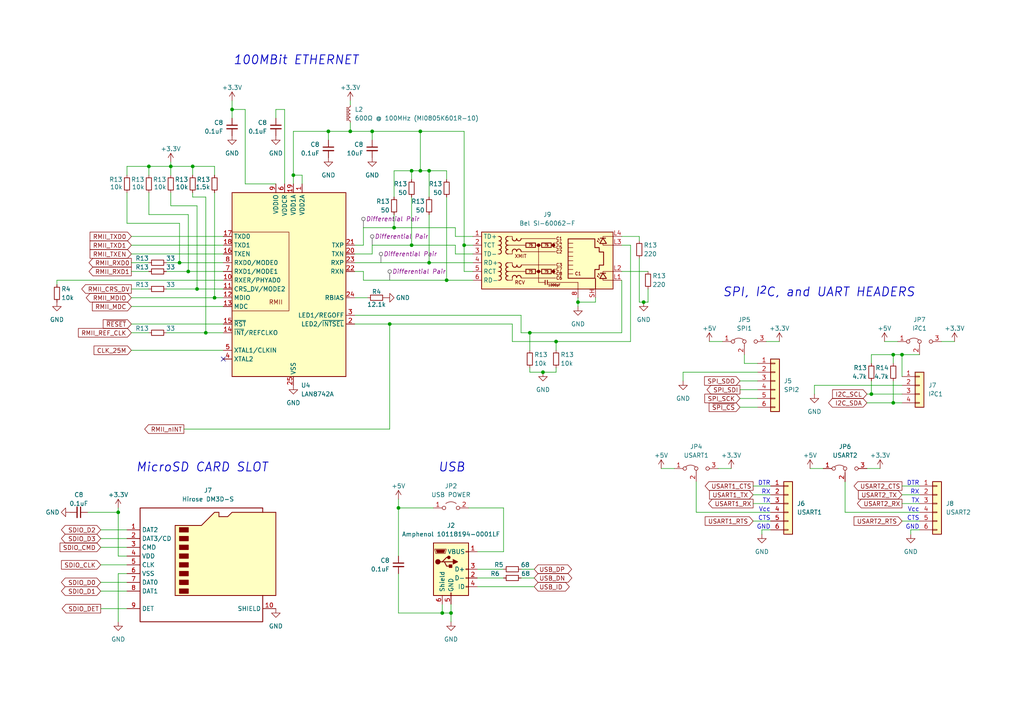
<source format=kicad_sch>
(kicad_sch (version 20230121) (generator eeschema)
  (paper "A4")
  (title_block (title "IVC-k30") (rev "1"))
  (junction (at 43.18 48.26))
  (junction (at 124.46 49.53))
  (junction (at 119.38 49.53))
  (junction (at 113.03 93.98))
  (junction (at 129.54 81.28))
  (junction (at 67.31 31.75))
  (junction (at 259.08 116.84))
  (junction (at 121.92 49.53))
  (junction (at 128.27 177.8))
  (junction (at 34.29 148.59))
  (junction (at 114.3 66.04))
  (junction (at 57.15 83.82))
  (junction (at 115.57 147.32))
  (junction (at 49.53 48.26))
  (junction (at 59.69 96.52))
  (junction (at 52.07 76.2))
  (junction (at 134.62 71.12))
  (junction (at 186.69 87.63))
  (junction (at 95.25 38.1))
  (junction (at 124.46 76.2))
  (junction (at 62.23 86.36))
  (junction (at 107.95 38.1))
  (junction (at 252.73 114.3))
  (junction (at 259.08 102.87))
  (junction (at 119.38 71.12))
  (junction (at 55.88 48.26))
  (junction (at 130.81 177.8))
  (junction (at 153.67 96.52))
  (junction (at 261.62 102.87))
  (junction (at 121.92 38.1))
  (junction (at 161.29 99.06))
  (junction (at 85.09 50.8))
  (junction (at 101.6 38.1))
  (junction (at 54.61 78.74))
  (junction (at 157.48 107.95))
  (junction (at 167.64 87.63))
  (no_connect (at 64.77 104.14))
  (wire (pts (xy 29.21 168.91) (xy 36.83 168.91)))
  (wire (pts (xy 185.42 87.63) (xy 186.69 87.63)))
  (wire (pts (xy 29.21 156.21) (xy 36.83 156.21)))
  (wire (pts (xy 180.34 81.28) (xy 180.34 96.52)))
  (wire (pts (xy 261.62 151.13) (xy 266.7 151.13)))
  (wire (pts (xy 215.9 102.87) (xy 215.9 105.41)))
  (wire (pts (xy 52.07 76.2) (xy 64.77 76.2)))
  (wire (pts (xy 261.62 140.97) (xy 266.7 140.97)))
  (wire (pts (xy 101.6 29.21) (xy 101.6 30.48)))
  (wire (pts (xy 105.41 78.74) (xy 105.41 81.28)))
  (wire (pts (xy 25.4 148.59) (xy 34.29 148.59)))
  (wire (pts (xy 43.18 55.88) (xy 43.18 62.23)))
  (wire (pts (xy 102.87 86.36) (xy 106.68 86.36)))
  (wire (pts (xy 107.95 38.1) (xy 107.95 40.64)))
  (wire (pts (xy 167.64 86.36) (xy 167.64 87.63)))
  (wire (pts (xy 67.31 31.75) (xy 71.12 31.75)))
  (wire (pts (xy 102.87 91.44) (xy 151.13 91.44)))
  (wire (pts (xy 49.53 55.88) (xy 49.53 59.69)))
  (wire (pts (xy 107.95 71.12) (xy 119.38 71.12)))
  (wire (pts (xy 113.03 93.98) (xy 148.59 93.98)))
  (wire (pts (xy 185.42 74.93) (xy 185.42 87.63)))
  (wire (pts (xy 264.16 153.67) (xy 266.7 153.67)))
  (wire (pts (xy 34.29 180.34) (xy 34.29 166.37)))
  (wire (pts (xy 71.12 53.34) (xy 80.01 53.34)))
  (wire (pts (xy 57.15 83.82) (xy 64.77 83.82)))
  (wire (pts (xy 29.21 153.67) (xy 36.83 153.67)))
  (wire (pts (xy 151.13 167.64) (xy 154.94 167.64)))
  (wire (pts (xy 180.34 96.52) (xy 153.67 96.52)))
  (wire (pts (xy 214.63 113.03) (xy 219.71 113.03)))
  (wire (pts (xy 114.3 49.53) (xy 119.38 49.53)))
  (wire (pts (xy 16.51 81.28) (xy 16.51 82.55)))
  (wire (pts (xy 36.83 50.8) (xy 36.83 48.26)))
  (wire (pts (xy 55.88 57.15) (xy 59.69 57.15)))
  (wire (pts (xy 153.67 96.52) (xy 151.13 96.52)))
  (wire (pts (xy 52.07 64.77) (xy 52.07 76.2)))
  (wire (pts (xy 102.87 71.12) (xy 105.41 71.12)))
  (wire (pts (xy 102.87 78.74) (xy 105.41 78.74)))
  (wire (pts (xy 167.64 87.63) (xy 167.64 88.9)))
  (wire (pts (xy 59.69 96.52) (xy 64.77 96.52)))
  (wire (pts (xy 129.54 81.28) (xy 137.16 81.28)))
  (wire (pts (xy 95.25 38.1) (xy 101.6 38.1)))
  (wire (pts (xy 34.29 161.29) (xy 36.83 161.29)))
  (wire (pts (xy 36.83 48.26) (xy 43.18 48.26)))
  (wire (pts (xy 124.46 76.2) (xy 137.16 76.2)))
  (wire (pts (xy 67.31 29.21) (xy 67.31 31.75)))
  (wire (pts (xy 138.43 160.02) (xy 146.05 160.02)))
  (wire (pts (xy 134.62 71.12) (xy 137.16 71.12)))
  (wire (pts (xy 151.13 165.1) (xy 154.94 165.1)))
  (wire (pts (xy 259.08 116.84) (xy 251.46 116.84)))
  (wire (pts (xy 151.13 91.44) (xy 151.13 96.52)))
  (wire (pts (xy 38.1 68.58) (xy 64.77 68.58)))
  (wire (pts (xy 218.44 140.97) (xy 223.52 140.97)))
  (wire (pts (xy 119.38 49.53) (xy 119.38 52.07)))
  (wire (pts (xy 62.23 55.88) (xy 62.23 86.36)))
  (wire (pts (xy 38.1 101.6) (xy 64.77 101.6)))
  (wire (pts (xy 132.08 73.66) (xy 132.08 71.12)))
  (wire (pts (xy 245.11 148.59) (xy 266.7 148.59)))
  (wire (pts (xy 153.67 107.95) (xy 157.48 107.95)))
  (wire (pts (xy 121.92 49.53) (xy 124.46 49.53)))
  (wire (pts (xy 259.08 110.49) (xy 259.08 116.84)))
  (wire (pts (xy 48.26 78.74) (xy 54.61 78.74)))
  (wire (pts (xy 49.53 48.26) (xy 55.88 48.26)))
  (wire (pts (xy 220.98 154.94) (xy 220.98 153.67)))
  (wire (pts (xy 135.89 147.32) (xy 146.05 147.32)))
  (wire (pts (xy 185.42 68.58) (xy 185.42 69.85)))
  (wire (pts (xy 132.08 68.58) (xy 132.08 66.04)))
  (wire (pts (xy 124.46 49.53) (xy 124.46 57.15)))
  (wire (pts (xy 138.43 170.18) (xy 154.94 170.18)))
  (wire (pts (xy 43.18 48.26) (xy 43.18 50.8)))
  (wire (pts (xy 134.62 71.12) (xy 134.62 78.74)))
  (wire (pts (xy 38.1 83.82) (xy 43.18 83.82)))
  (wire (pts (xy 180.34 78.74) (xy 187.96 78.74)))
  (wire (pts (xy 201.93 148.59) (xy 223.52 148.59)))
  (wire (pts (xy 49.53 46.99) (xy 49.53 48.26)))
  (wire (pts (xy 261.62 116.84) (xy 259.08 116.84)))
  (wire (pts (xy 80.01 31.75) (xy 82.55 31.75)))
  (wire (pts (xy 38.1 78.74) (xy 43.18 78.74)))
  (wire (pts (xy 38.1 76.2) (xy 43.18 76.2)))
  (wire (pts (xy 161.29 106.68) (xy 161.29 107.95)))
  (wire (pts (xy 59.69 57.15) (xy 59.69 96.52)))
  (wire (pts (xy 85.09 50.8) (xy 85.09 38.1)))
  (wire (pts (xy 80.01 31.75) (xy 80.01 34.29)))
  (wire (pts (xy 261.62 143.51) (xy 266.7 143.51)))
  (wire (pts (xy 49.53 48.26) (xy 49.53 50.8)))
  (wire (pts (xy 49.53 59.69) (xy 57.15 59.69)))
  (wire (pts (xy 115.57 144.78) (xy 115.57 147.32)))
  (wire (pts (xy 62.23 50.8) (xy 62.23 48.26)))
  (wire (pts (xy 87.63 50.8) (xy 85.09 50.8)))
  (wire (pts (xy 67.31 31.75) (xy 67.31 34.29)))
  (wire (pts (xy 38.1 73.66) (xy 64.77 73.66)))
  (wire (pts (xy 218.44 143.51) (xy 223.52 143.51)))
  (wire (pts (xy 119.38 49.53) (xy 121.92 49.53)))
  (wire (pts (xy 219.71 118.11) (xy 214.63 118.11)))
  (wire (pts (xy 29.21 163.83) (xy 36.83 163.83)))
  (wire (pts (xy 198.12 107.95) (xy 198.12 110.49)))
  (wire (pts (xy 128.27 175.26) (xy 128.27 177.8)))
  (wire (pts (xy 87.63 53.34) (xy 87.63 50.8)))
  (wire (pts (xy 54.61 78.74) (xy 64.77 78.74)))
  (wire (pts (xy 137.16 68.58) (xy 132.08 68.58)))
  (wire (pts (xy 16.51 81.28) (xy 64.77 81.28)))
  (wire (pts (xy 102.87 76.2) (xy 124.46 76.2)))
  (wire (pts (xy 115.57 161.29) (xy 115.57 147.32)))
  (wire (pts (xy 121.92 38.1) (xy 134.62 38.1)))
  (wire (pts (xy 34.29 166.37) (xy 36.83 166.37)))
  (wire (pts (xy 48.26 96.52) (xy 59.69 96.52)))
  (wire (pts (xy 261.62 102.87) (xy 261.62 109.22)))
  (wire (pts (xy 95.25 38.1) (xy 95.25 40.64)))
  (wire (pts (xy 148.59 93.98) (xy 148.59 99.06)))
  (wire (pts (xy 180.34 71.12) (xy 182.88 71.12)))
  (wire (pts (xy 251.46 114.3) (xy 252.73 114.3)))
  (wire (pts (xy 236.22 111.76) (xy 236.22 114.3)))
  (wire (pts (xy 215.9 105.41) (xy 219.71 105.41)))
  (wire (pts (xy 161.29 99.06) (xy 161.29 101.6)))
  (wire (pts (xy 252.73 105.41) (xy 252.73 102.87)))
  (wire (pts (xy 54.61 62.23) (xy 54.61 78.74)))
  (wire (pts (xy 29.21 171.45) (xy 36.83 171.45)))
  (wire (pts (xy 252.73 110.49) (xy 252.73 114.3)))
  (wire (pts (xy 220.98 153.67) (xy 223.52 153.67)))
  (wire (pts (xy 119.38 57.15) (xy 119.38 71.12)))
  (wire (pts (xy 62.23 86.36) (xy 64.77 86.36)))
  (wire (pts (xy 107.95 38.1) (xy 121.92 38.1)))
  (wire (pts (xy 182.88 71.12) (xy 182.88 99.06)))
  (wire (pts (xy 48.26 83.82) (xy 57.15 83.82)))
  (wire (pts (xy 38.1 71.12) (xy 64.77 71.12)))
  (wire (pts (xy 219.71 110.49) (xy 214.63 110.49)))
  (wire (pts (xy 261.62 111.76) (xy 236.22 111.76)))
  (wire (pts (xy 38.1 96.52) (xy 43.18 96.52)))
  (wire (pts (xy 134.62 78.74) (xy 137.16 78.74)))
  (wire (pts (xy 43.18 48.26) (xy 49.53 48.26)))
  (wire (pts (xy 252.73 114.3) (xy 261.62 114.3)))
  (wire (pts (xy 130.81 177.8) (xy 130.81 180.34)))
  (wire (pts (xy 85.09 53.34) (xy 85.09 50.8)))
  (wire (pts (xy 172.72 86.36) (xy 172.72 87.63)))
  (wire (pts (xy 264.16 154.94) (xy 264.16 153.67)))
  (wire (pts (xy 259.08 102.87) (xy 259.08 105.41)))
  (wire (pts (xy 119.38 71.12) (xy 132.08 71.12)))
  (wire (pts (xy 34.29 147.32) (xy 34.29 148.59)))
  (wire (pts (xy 161.29 107.95) (xy 157.48 107.95)))
  (wire (pts (xy 114.3 57.15) (xy 114.3 49.53)))
  (wire (pts (xy 222.25 99.06) (xy 226.06 99.06)))
  (wire (pts (xy 85.09 38.1) (xy 95.25 38.1)))
  (wire (pts (xy 201.93 139.7) (xy 201.93 148.59)))
  (wire (pts (xy 218.44 146.05) (xy 223.52 146.05)))
  (wire (pts (xy 259.08 102.87) (xy 261.62 102.87)))
  (wire (pts (xy 128.27 177.8) (xy 130.81 177.8)))
  (wire (pts (xy 105.41 81.28) (xy 129.54 81.28)))
  (wire (pts (xy 124.46 49.53) (xy 129.54 49.53)))
  (wire (pts (xy 256.54 99.06) (xy 260.35 99.06)))
  (wire (pts (xy 38.1 86.36) (xy 62.23 86.36)))
  (wire (pts (xy 218.44 151.13) (xy 223.52 151.13)))
  (wire (pts (xy 29.21 176.53) (xy 36.83 176.53)))
  (wire (pts (xy 191.77 135.89) (xy 195.58 135.89)))
  (wire (pts (xy 82.55 31.75) (xy 82.55 53.34)))
  (wire (pts (xy 55.88 48.26) (xy 55.88 50.8)))
  (wire (pts (xy 105.41 66.04) (xy 114.3 66.04)))
  (wire (pts (xy 208.28 135.89) (xy 212.09 135.89)))
  (wire (pts (xy 102.87 73.66) (xy 107.95 73.66)))
  (wire (pts (xy 29.21 158.75) (xy 36.83 158.75)))
  (wire (pts (xy 219.71 107.95) (xy 198.12 107.95)))
  (wire (pts (xy 71.12 31.75) (xy 71.12 53.34)))
  (wire (pts (xy 138.43 167.64) (xy 146.05 167.64)))
  (wire (pts (xy 148.59 99.06) (xy 161.29 99.06)))
  (wire (pts (xy 161.29 99.06) (xy 182.88 99.06)))
  (wire (pts (xy 134.62 38.1) (xy 134.62 71.12)))
  (wire (pts (xy 251.46 135.89) (xy 255.27 135.89)))
  (wire (pts (xy 219.71 115.57) (xy 214.63 115.57)))
  (wire (pts (xy 115.57 147.32) (xy 125.73 147.32)))
  (wire (pts (xy 55.88 55.88) (xy 55.88 57.15)))
  (wire (pts (xy 115.57 166.37) (xy 115.57 177.8)))
  (wire (pts (xy 129.54 57.15) (xy 129.54 81.28)))
  (wire (pts (xy 245.11 139.7) (xy 245.11 148.59)))
  (wire (pts (xy 55.88 48.26) (xy 62.23 48.26)))
  (wire (pts (xy 36.83 55.88) (xy 36.83 64.77)))
  (wire (pts (xy 38.1 88.9) (xy 64.77 88.9)))
  (wire (pts (xy 121.92 38.1) (xy 121.92 49.53)))
  (wire (pts (xy 129.54 49.53) (xy 129.54 52.07)))
  (wire (pts (xy 102.87 93.98) (xy 113.03 93.98)))
  (wire (pts (xy 153.67 96.52) (xy 153.67 101.6)))
  (wire (pts (xy 114.3 66.04) (xy 132.08 66.04)))
  (wire (pts (xy 115.57 177.8) (xy 128.27 177.8)))
  (wire (pts (xy 113.03 93.98) (xy 113.03 124.46)))
  (wire (pts (xy 107.95 73.66) (xy 107.95 71.12)))
  (wire (pts (xy 172.72 87.63) (xy 167.64 87.63)))
  (wire (pts (xy 36.83 64.77) (xy 52.07 64.77)))
  (wire (pts (xy 186.69 87.63) (xy 187.96 87.63)))
  (wire (pts (xy 38.1 93.98) (xy 64.77 93.98)))
  (wire (pts (xy 105.41 71.12) (xy 105.41 66.04)))
  (wire (pts (xy 138.43 165.1) (xy 146.05 165.1)))
  (wire (pts (xy 101.6 35.56) (xy 101.6 38.1)))
  (wire (pts (xy 205.74 99.06) (xy 209.55 99.06)))
  (wire (pts (xy 137.16 73.66) (xy 132.08 73.66)))
  (wire (pts (xy 43.18 62.23) (xy 54.61 62.23)))
  (wire (pts (xy 53.34 124.46) (xy 113.03 124.46)))
  (wire (pts (xy 114.3 62.23) (xy 114.3 66.04)))
  (wire (pts (xy 48.26 76.2) (xy 52.07 76.2)))
  (wire (pts (xy 234.95 135.89) (xy 238.76 135.89)))
  (wire (pts (xy 261.62 146.05) (xy 266.7 146.05)))
  (wire (pts (xy 146.05 147.32) (xy 146.05 160.02)))
  (wire (pts (xy 153.67 106.68) (xy 153.67 107.95)))
  (wire (pts (xy 261.62 102.87) (xy 266.7 102.87)))
  (wire (pts (xy 187.96 87.63) (xy 187.96 83.82)))
  (wire (pts (xy 34.29 148.59) (xy 34.29 161.29)))
  (wire (pts (xy 130.81 175.26) (xy 130.81 177.8)))
  (wire (pts (xy 124.46 62.23) (xy 124.46 76.2)))
  (wire (pts (xy 252.73 102.87) (xy 259.08 102.87)))
  (wire (pts (xy 57.15 59.69) (xy 57.15 83.82)))
  (wire (pts (xy 273.05 99.06) (xy 276.86 99.06)))
  (wire (pts (xy 101.6 38.1) (xy 107.95 38.1)))
  (wire (pts (xy 180.34 68.58) (xy 185.42 68.58)))
  (text "GND\n" (at 266.7 153.67 0) (effects (font (size 1.27 1.27)) (justify right bottom)))
  (text "DTR\n" (at 266.7 140.97 0) (effects (font (size 1.27 1.27)) (justify right bottom)))
  (text "RX" (at 266.7 143.51 0) (effects (font (size 1.27 1.27)) (justify right bottom)))
  (text "Vcc\n" (at 223.52 148.59 0) (effects (font (size 1.27 1.27)) (justify right bottom)))
  (text "CTS" (at 223.52 151.13 0) (effects (font (size 1.27 1.27)) (justify right bottom)))
  (text "TX" (at 266.7 146.05 0) (effects (font (size 1.27 1.27)) (justify right bottom)))
  (text "CTS" (at 266.7 151.13 0) (effects (font (size 1.27 1.27)) (justify right bottom)))
  (text "TX" (at 223.52 146.05 0) (effects (font (size 1.27 1.27)) (justify right bottom)))
  (text "100MBit ETHERNET" (at 104.14 19.05 0) (effects (font (size 2.56 2.56) (thickness 0.254) bold italic) (justify right bottom)))
  (text "MicroSD CARD SLOT" (at 39.37 137.16 0) (effects (font (size 2.56 2.56) (thickness 0.254) bold italic) (justify left bottom)))
  (text "DTR\n" (at 223.52 140.97 0) (effects (font (size 1.27 1.27)) (justify right bottom)))
  (text "USB" (at 127 137.16 0) (effects (font (size 2.56 2.56) (thickness 0.254) bold italic) (justify left bottom)))
  (text "RX" (at 223.52 143.51 0) (effects (font (size 1.27 1.27)) (justify right bottom)))
  (text "GND\n" (at 223.52 153.67 0) (effects (font (size 1.27 1.27)) (justify right bottom)))
  (text "Vcc\n" (at 266.7 148.59 0) (effects (font (size 1.27 1.27)) (justify right bottom)))
  (text "SPI, I^{2}C, and UART HEADERS" (at 209.55 86.36 0) (effects (font (size 2.56 2.56) (thickness 0.254) bold italic) (justify left bottom)))
  (global_label "USB_DP" (shape bidirectional) (at 154.94 165.1 0) (property "Intersheetrefs" "${INTERSHEET_REFS}" (effects hide)))
  (global_label "RMII_RXD1" (shape output) (at 38.1 78.74 180) (property "Intersheetrefs" "${INTERSHEET_REFS}" (effects hide)))
  (global_label "USART2_RX" (shape output) (at 261.62 146.05 180) (property "Intersheetrefs" "${INTERSHEET_REFS}" (effects hide)))
  (global_label "USB_ID" (shape bidirectional) (at 154.94 170.18 0) (property "Intersheetrefs" "${INTERSHEET_REFS}" (effects hide)))
  (global_label "SDIO_CMD" (shape input) (at 29.21 158.75 180) (property "Intersheetrefs" "${INTERSHEET_REFS}" (effects hide)))
  (global_label "RMII_REF_CLK" (shape input) (at 38.1 96.52 180) (property "Intersheetrefs" "${INTERSHEET_REFS}" (effects hide)))
  (global_label "USART2_CTS" (shape output) (at 261.62 140.97 180) (property "Intersheetrefs" "${INTERSHEET_REFS}" (effects hide)))
  (global_label "RMII_TXD0" (shape input) (at 38.1 68.58 180) (property "Intersheetrefs" "${INTERSHEET_REFS}" (effects hide)))
  (global_label "I2C_SCL" (shape input) (at 251.46 114.3 180) (property "Intersheetrefs" "${INTERSHEET_REFS}" (effects hide)))
  (global_label "I2C_SDA" (shape bidirectional) (at 251.46 116.84 180) (property "Intersheetrefs" "${INTERSHEET_REFS}" (effects hide)))
  (global_label "SPI_SDI" (shape output) (at 214.63 113.03 180) (property "Intersheetrefs" "${INTERSHEET_REFS}" (effects hide)))
  (global_label "SDIO_D3" (shape bidirectional) (at 29.21 156.21 180) (property "Intersheetrefs" "${INTERSHEET_REFS}" (effects hide)))
  (global_label "~{SPI_CS}" (shape input) (at 214.63 118.11 180) (property "Intersheetrefs" "${INTERSHEET_REFS}" (effects hide)))
  (global_label "SDIO_D2" (shape bidirectional) (at 29.21 153.67 180) (property "Intersheetrefs" "${INTERSHEET_REFS}" (effects hide)))
  (global_label "USB_DN" (shape bidirectional) (at 154.94 167.64 0) (property "Intersheetrefs" "${INTERSHEET_REFS}" (effects hide)))
  (global_label "~{RESET}" (shape input) (at 38.1 93.98 180) (property "Intersheetrefs" "${INTERSHEET_REFS}" (effects hide)))
  (global_label "SPI_SDO" (shape input) (at 214.63 110.49 180) (property "Intersheetrefs" "${INTERSHEET_REFS}" (effects hide)))
  (global_label "CLK_25M" (shape input) (at 38.1 101.6 180) (property "Intersheetrefs" "${INTERSHEET_REFS}" (effects hide)))
  (global_label "SDIO_CLK" (shape input) (at 29.21 163.83 180) (property "Intersheetrefs" "${INTERSHEET_REFS}" (effects hide)))
  (global_label "USART1_RX" (shape output) (at 218.44 146.05 180) (property "Intersheetrefs" "${INTERSHEET_REFS}" (effects hide)))
  (global_label "SDIO_D0" (shape bidirectional) (at 29.21 168.91 180) (property "Intersheetrefs" "${INTERSHEET_REFS}" (effects hide)))
  (global_label "SPI_SCK" (shape input) (at 214.63 115.57 180) (property "Intersheetrefs" "${INTERSHEET_REFS}" (effects hide)))
  (global_label "RMII_MDIO" (shape bidirectional) (at 38.1 86.36 180) (property "Intersheetrefs" "${INTERSHEET_REFS}" (effects hide)))
  (global_label "USART2_TX" (shape input) (at 261.62 143.51 180) (property "Intersheetrefs" "${INTERSHEET_REFS}" (effects hide)))
  (global_label "RMII_CRS_DV" (shape output) (at 38.1 83.82 180) (property "Intersheetrefs" "${INTERSHEET_REFS}" (effects hide)))
  (global_label "USART1_CTS" (shape output) (at 218.44 140.97 180) (property "Intersheetrefs" "${INTERSHEET_REFS}" (effects hide)))
  (global_label "USART2_RTS" (shape input) (at 261.62 151.13 180) (property "Intersheetrefs" "${INTERSHEET_REFS}" (effects hide)))
  (global_label "USART1_RTS" (shape input) (at 218.44 151.13 180) (property "Intersheetrefs" "${INTERSHEET_REFS}" (effects hide)))
  (global_label "RMII_MDC" (shape input) (at 38.1 88.9 180) (property "Intersheetrefs" "${INTERSHEET_REFS}" (effects hide)))
  (global_label "SDIO_DET" (shape output) (at 29.21 176.53 180) (property "Intersheetrefs" "${INTERSHEET_REFS}" (effects hide)))
  (global_label "RMII_RXD0" (shape output) (at 38.1 76.2 180) (property "Intersheetrefs" "${INTERSHEET_REFS}" (effects hide)))
  (global_label "USART1_TX" (shape input) (at 218.44 143.51 180) (property "Intersheetrefs" "${INTERSHEET_REFS}" (effects hide)))
  (global_label "SDIO_D1" (shape bidirectional) (at 29.21 171.45 180) (property "Intersheetrefs" "${INTERSHEET_REFS}" (effects hide)))
  (global_label "RMII_TXEN" (shape input) (at 38.1 73.66 180) (property "Intersheetrefs" "${INTERSHEET_REFS}" (effects hide)))
  (global_label "RMII_TXD1" (shape input) (at 38.1 71.12 180) (property "Intersheetrefs" "${INTERSHEET_REFS}" (effects hide)))
  (global_label "RMII_nINT" (shape output) (at 53.34 124.46 180) (property "Intersheetrefs" "${INTERSHEET_REFS}" (effects hide)))
  (netclass_flag "" (length 2.54) (shape round) (at 105.41 66.04 0) (property "Netclass" "Differential Pair" (at 106.1085 63.5 0) (effects (font italic) (justify left))))
  (netclass_flag "" (length 2.54) (shape round) (at 107.95 71.12 0) (property "Netclass" "Differential Pair" (at 108.6485 68.58 0) (effects (font italic) (justify left))))
  (netclass_flag "" (length 2.54) (shape round) (at 110.49 76.2 0) (property "Netclass" "Differential Pair" (at 111.1885 73.66 0) (effects (font italic) (justify left))))
  (netclass_flag "" (length 2.54) (shape round) (at 113.03 81.28 0) (property "Netclass" "Differential Pair" (at 113.7285 78.74 0) (effects (font italic) (justify left))))
  (symbol (lib_id "Device:C_Small") (at 95.25 43.18 0) (mirror y) (unit 1)
    (property "Reference" "C8" (at 92.71 41.91 0) (effects (justify left)))
    (property "Value" "0.1uF" (at 92.71 44.45 0) (effects (justify left)))
    (property "Footprint" "Capacitor_SMD:C_0805_2012Metric_Pad1.18x1.45mm_HandSolder" (effects hide))
    (instances (project "Fidget" (path "" (reference "C8") (unit 1))) (project "IVC-STH7" (path "" (reference "C8") (unit 1)) (path "" (reference "C32") (unit 1))))
  )
  (symbol (lib_id "power:GND") (at 157.48 107.95 0) (unit 1)
    (property "Reference" "#PWR018" (effects hide))
    (property "Value" "GND" (at 157.48 113.03 0))
    (instances (project "Fidget" (path "" (reference "#PWR018") (unit 1))) (project "IVC-STH7" (path "" (reference "#PWR021") (unit 1)) (path "" (reference "#PWR054") (unit 1))))
  )
  (symbol (lib_id "Device:R_Small") (at 16.51 85.09 0) (unit 1)
    (property "Reference" "R4" (at 17.78 83.82 0) (effects (justify left)))
    (property "Value" "10k" (at 17.78 86.36 0) (effects (justify left)))
    (property "Footprint" "Resistor_SMD:R_0805_2012Metric_Pad1.20x1.40mm_HandSolder" (effects hide))
    (instances (project "Fidget" (path "" (reference "R4") (unit 1))) (project "IVC-STH7" (path "" (reference "R5") (unit 1)) (path "" (reference "R14") (unit 1))))
  )
  (symbol (lib_id "power:GND") (at 80.01 39.37 0) (unit 1)
    (property "Reference" "#PWR018" (effects hide))
    (property "Value" "GND" (at 80.01 44.45 0))
    (instances (project "Fidget" (path "" (reference "#PWR018") (unit 1))) (project "IVC-STH7" (path "" (reference "#PWR021") (unit 1)) (path "" (reference "#PWR045") (unit 1))))
  )
  (symbol (lib_id "Device:R_Small") (at 43.18 53.34 0) (mirror y) (unit 1)
    (property "Reference" "R13" (at 41.91 52.07 0) (effects (justify left)))
    (property "Value" "10k" (at 41.91 54.24 0) (effects (justify left)))
    (property "Footprint" "Resistor_SMD:R_0805_2012Metric_Pad1.20x1.40mm_HandSolder" (effects hide))
    (instances (project "Fidget" (path "" (reference "R13") (unit 1))) (project "IO" (path "" (reference "R13") (unit 1))) (project "IVC-STH7" (path "" (reference "R16") (unit 1)) (path "" (reference "R3") (unit 1)) (path "" (reference "R6") (unit 1))))
  )
  (symbol (lib_id "Device:R_Small") (at 185.42 72.39 0) (unit 1)
    (property "Reference" "R13" (at 186.69 71.12 0) (effects (justify left)))
    (property "Value" "220" (at 186.69 73.66 0) (effects (justify left)))
    (property "Footprint" "Resistor_SMD:R_0805_2012Metric_Pad1.20x1.40mm_HandSolder" (effects hide))
    (instances (project "Fidget" (path "" (reference "R13") (unit 1))) (project "IO" (path "" (reference "R13") (unit 1))) (project "IVC-STH7" (path "" (reference "R33") (unit 1))))
  )
  (symbol (lib_id "Device:R_Small") (at 109.22 86.36 90) (unit 1)
    (property "Reference" "R4" (at 109.22 84.62 90))
    (property "Value" "12.1k" (at 109.22 88.32 90))
    (property "Footprint" "Resistor_SMD:R_0805_2012Metric_Pad1.20x1.40mm_HandSolder" (effects hide))
    (instances (project "Fidget" (path "" (reference "R4") (unit 1))) (project "IVC-STH7" (path "" (reference "R5") (unit 1)) (path "" (reference "R24") (unit 1))))
  )
  (symbol (lib_id "Connector_Generic:Conn_01x06") (at 228.6 146.05 0) (unit 1)
    (property "Reference" "J6" (at 231.14 146.0499 0) (effects (justify left)))
    (property "Value" "USART1" (at 231.14 148.5899 0) (effects (justify left)))
    (property "Footprint" "Connector_PinHeader_2.54mm:PinHeader_1x06_P2.54mm_Vertical" (effects hide))
    (instances (project "Fidget" (path "" (reference "J6") (unit 1))) (project "IO" (path "" (reference "J6") (unit 1))) (project "IVC-STH7" (path "" (reference "J11") (unit 1))))
  )
  (symbol (lib_id "Interface_Ethernet:LAN8742A") (at 85.09 83.82 0) (unit 1)
    (property "Reference" "U4" (at 87.2841 111.76 0) (effects (justify left)))
    (property "Value" "LAN8742A" (at 87.2841 114.3 0) (effects (justify left)))
    (property "Footprint" "Package_DFN_QFN:VQFN-24-1EP_4x4mm_P0.5mm_EP2.5x2.5mm_ThermalVias" (effects hide))
    (property "Datasheet" "http://ww1.microchip.com/downloads/en/DeviceDoc/8742a.pdf" (effects hide))
  )
  (symbol (lib_id "power:GND") (at 198.12 110.49 0) (unit 1)
    (property "Reference" "#PWR052" (effects hide))
    (property "Value" "GND" (at 198.12 115.57 0))
    (instances (project "Fidget" (path "" (reference "#PWR052") (unit 1))) (project "IO" (path "" (reference "#PWR052") (unit 1))) (project "IVC-STH7" (path "" (reference "#PWR058") (unit 1))))
  )
  (symbol (lib_id "Connector_Generic:Conn_01x04") (at 266.7 111.76 0) (unit 1)
    (property "Reference" "J7" (at 269.24 111.7599 0) (effects (justify left)))
    (property "Value" "I^{2}C1" (at 269.24 114.2999 0) (effects (justify left)))
    (property "Footprint" "Connector_PinHeader_2.54mm:PinHeader_1x04_P2.54mm_Vertical" (effects hide))
    (instances (project "Fidget" (path "" (reference "J7") (unit 1))) (project "IO" (path "" (reference "J7") (unit 1))) (project "IVC-STH7" (path "" (reference "J12") (unit 1))))
  )
  (symbol (lib_id "power:GND") (at 111.76 86.36 90) (unit 1)
    (property "Reference" "#PWR018" (effects hide))
    (property "Value" "GND" (at 116.84 86.36 90))
    (instances (project "Fidget" (path "" (reference "#PWR018") (unit 1))) (project "IVC-STH7" (path "" (reference "#PWR021") (unit 1)) (path "" (reference "#PWR051") (unit 1))))
  )
  (symbol (lib_id "Device:R_Small") (at 187.96 81.28 0) (unit 1)
    (property "Reference" "R13" (at 189.23 80.01 0) (effects (justify left)))
    (property "Value" "220" (at 189.23 82.55 0) (effects (justify left)))
    (property "Footprint" "Resistor_SMD:R_0805_2012Metric_Pad1.20x1.40mm_HandSolder" (effects hide))
    (instances (project "Fidget" (path "" (reference "R13") (unit 1))) (project "IO" (path "" (reference "R13") (unit 1))) (project "IVC-STH7" (path "" (reference "R34") (unit 1))))
  )
  (symbol (lib_id "Jumper:Jumper_3_Bridged12") (at 245.11 135.89 0) (unit 1)
    (property "Reference" "JP6" (at 245.11 129.54 0))
    (property "Value" "USART2" (at 245.11 132.08 0))
    (property "Footprint" "Connector_PinHeader_2.54mm:PinHeader_1x03_P2.54mm_Vertical" (effects hide))
    (instances (project "Fidget" (path "" (reference "JP6") (unit 1))) (project "IO" (path "" (reference "JP6") (unit 1))) (project "IVC-STH7" (path "" (reference "JP5") (unit 1))))
  )
  (symbol (lib_id "Device:R_Small") (at 161.29 104.14 0) (unit 1)
    (property "Reference" "R13" (at 162.56 102.87 0) (effects (justify left)))
    (property "Value" "10k" (at 162.56 105.41 0) (effects (justify left)))
    (property "Footprint" "Resistor_SMD:R_0805_2012Metric_Pad1.20x1.40mm_HandSolder" (effects hide))
    (instances (project "Fidget" (path "" (reference "R13") (unit 1))) (project "IO" (path "" (reference "R13") (unit 1))) (project "IVC-STH7" (path "" (reference "R32") (unit 1))))
  )
  (symbol (lib_id "Device:C_Small") (at 22.86 148.59 270) (mirror x) (unit 1)
    (property "Reference" "C8" (at 22.86 143.51 90))
    (property "Value" "0.1uF" (at 22.86 146.05 90))
    (property "Footprint" "Capacitor_SMD:C_0805_2012Metric_Pad1.18x1.45mm_HandSolder" (effects hide))
    (instances (project "Fidget" (path "" (reference "C8") (unit 1))) (project "IVC-STH7" (path "" (reference "C8") (unit 1)) (path "" (reference "C29") (unit 1))))
  )
  (symbol (lib_id "Device:R_Small") (at 148.59 167.64 90) (unit 1)
    (property "Reference" "R6" (at 142.24 166.37 90) (effects (justify right)))
    (property "Value" "68" (at 151.13 166.37 90) (effects (justify right)))
    (property "Footprint" "Resistor_SMD:R_0805_2012Metric_Pad1.20x1.40mm_HandSolder" (effects hide))
    (instances (project "Fidget" (path "" (reference "R6") (unit 1))) (project "IVC-STH7" (path "" (reference "R7") (unit 1)) (path "" (reference "R30") (unit 1))))
  )
  (symbol (lib_id "Connector_Generic:Conn_01x06") (at 271.78 146.05 0) (unit 1)
    (property "Reference" "J8" (at 274.32 146.0499 0) (effects (justify left)))
    (property "Value" "USART2" (at 274.32 148.5899 0) (effects (justify left)))
    (property "Footprint" "Connector_PinHeader_2.54mm:PinHeader_1x06_P2.54mm_Vertical" (effects hide))
    (instances (project "Fidget" (path "" (reference "J8") (unit 1))) (project "IO" (path "" (reference "J8") (unit 1))) (project "IVC-STH7" (path "" (reference "J13") (unit 1))))
  )
  (symbol (lib_id "Device:R_Small") (at 45.72 83.82 90) (mirror x) (unit 1)
    (property "Reference" "R13" (at 43.18 82.55 90) (effects (justify left)))
    (property "Value" "33" (at 50.8 82.55 90) (effects (justify left)))
    (property "Footprint" "Resistor_SMD:R_0805_2012Metric_Pad1.20x1.40mm_HandSolder" (effects hide))
    (instances (project "Fidget" (path "" (reference "R13") (unit 1))) (project "IO" (path "" (reference "R13") (unit 1))) (project "IVC-STH7" (path "" (reference "R19") (unit 1)) (path "" (reference "R3") (unit 1)) (path "" (reference "R6") (unit 1))))
  )
  (symbol (lib_id "Device:R_Small") (at 129.54 54.61 0) (mirror y) (unit 1)
    (property "Reference" "R13" (at 128.27 53.34 0) (effects (justify left)))
    (property "Value" "50" (at 128.27 55.88 0) (effects (justify left)))
    (property "Footprint" "Resistor_SMD:R_0805_2012Metric_Pad1.20x1.40mm_HandSolder" (effects hide))
    (instances (project "Fidget" (path "" (reference "R13") (unit 1))) (project "IO" (path "" (reference "R13") (unit 1))) (project "IVC-STH7" (path "" (reference "R28") (unit 1))))
  )
  (symbol (lib_id "power:GND") (at 85.09 111.76 0) (unit 1)
    (property "Reference" "#PWR018" (effects hide))
    (property "Value" "GND" (at 85.09 116.84 0))
    (instances (project "Fidget" (path "" (reference "#PWR018") (unit 1))) (project "IVC-STH7" (path "" (reference "#PWR021") (unit 1)) (path "" (reference "#PWR047") (unit 1))))
  )
  (symbol (lib_id "power:+5V") (at 234.95 135.89 0) (unit 1)
    (property "Reference" "#PWR061" (effects hide))
    (property "Value" "+5V" (at 234.95 132.08 0))
    (instances (project "Fidget" (path "" (reference "#PWR061") (unit 1))) (project "IO" (path "" (reference "#PWR061") (unit 1))) (project "IVC-STH7" (path "" (reference "#PWR063") (unit 1))))
  )
  (symbol (lib_id "Jumper:Jumper_3_Bridged12") (at 201.93 135.89 0) (unit 1)
    (property "Reference" "JP4" (at 201.93 129.54 0))
    (property "Value" "USART1" (at 201.93 132.08 0))
    (property "Footprint" "Connector_PinHeader_2.54mm:PinHeader_1x03_P2.54mm_Vertical" (effects hide))
    (instances (project "Fidget" (path "" (reference "JP4") (unit 1))) (project "IO" (path "" (reference "JP4") (unit 1))) (project "IVC-STH7" (path "" (reference "JP3") (unit 1))))
  )
  (symbol (lib_id "power:+3.3V") (at 212.09 135.89 0) (unit 1)
    (property "Reference" "#PWR055" (effects hide))
    (property "Value" "+3.3V" (at 212.09 132.08 0))
    (instances (project "Fidget" (path "" (reference "#PWR055") (unit 1))) (project "IO" (path "" (reference "#PWR055") (unit 1))) (project "IVC-STH7" (path "" (reference "#PWR060") (unit 1))))
  )
  (symbol (lib_id "power:GND") (at 16.51 87.63 0) (unit 1)
    (property "Reference" "#PWR018" (effects hide))
    (property "Value" "GND" (at 16.51 92.71 0))
    (instances (project "Fidget" (path "" (reference "#PWR018") (unit 1))) (project "IVC-STH7" (path "" (reference "#PWR021") (unit 1)) (path "" (reference "#PWR038") (unit 1))))
  )
  (symbol (lib_id "power:GND") (at 34.29 180.34 0) (unit 1)
    (property "Reference" "#PWR018" (effects hide))
    (property "Value" "GND" (at 34.29 185.42 0))
    (instances (project "Fidget" (path "" (reference "#PWR018") (unit 1))) (project "IVC-STH7" (path "" (reference "#PWR021") (unit 1)) (path "" (reference "#PWR041") (unit 1))))
  )
  (symbol (lib_id "Device:R_Small") (at 259.08 107.95 0) (mirror y) (unit 1)
    (property "Reference" "R14" (at 257.81 106.68 0) (effects (justify left)))
    (property "Value" "4.7k" (at 257.81 109.22 0) (effects (justify left)))
    (property "Footprint" "Resistor_SMD:R_0805_2012Metric_Pad1.20x1.40mm_HandSolder" (effects hide))
    (instances (project "Fidget" (path "" (reference "R14") (unit 1))) (project "IO" (path "" (reference "R14") (unit 1))) (project "IVC-STH7" (path "" (reference "R36") (unit 1))))
  )
  (symbol (lib_id "Device:R_Small") (at 45.72 76.2 90) (mirror x) (unit 1)
    (property "Reference" "R13" (at 43.18 74.93 90) (effects (justify left)))
    (property "Value" "33" (at 50.8 74.93 90) (effects (justify left)))
    (property "Footprint" "Resistor_SMD:R_0805_2012Metric_Pad1.20x1.40mm_HandSolder" (effects hide))
    (instances (project "Fidget" (path "" (reference "R13") (unit 1))) (project "IO" (path "" (reference "R13") (unit 1))) (project "IVC-STH7" (path "" (reference "R17") (unit 1)) (path "" (reference "R3") (unit 1)) (path "" (reference "R6") (unit 1))))
  )
  (symbol (lib_id "power:+5V") (at 191.77 135.89 0) (unit 1)
    (property "Reference" "#PWR051" (effects hide))
    (property "Value" "+5V" (at 191.77 132.08 0))
    (instances (project "Fidget" (path "" (reference "#PWR051") (unit 1))) (project "IO" (path "" (reference "#PWR051") (unit 1))) (project "IVC-STH7" (path "" (reference "#PWR057") (unit 1))))
  )
  (symbol (lib_id "power:GND") (at 130.81 180.34 0) (unit 1)
    (property "Reference" "#PWR018" (effects hide))
    (property "Value" "GND" (at 130.81 185.42 0))
    (instances (project "Fidget" (path "" (reference "#PWR018") (unit 1))) (project "IVC-STH7" (path "" (reference "#PWR021") (unit 1)) (path "" (reference "#PWR053") (unit 1))))
  )
  (symbol (lib_id "power:+5V") (at 256.54 99.06 0) (unit 1)
    (property "Reference" "#PWR065" (effects hide))
    (property "Value" "+5V" (at 256.54 95.25 0))
    (instances (project "Fidget" (path "" (reference "#PWR065") (unit 1))) (project "IO" (path "" (reference "#PWR065") (unit 1))) (project "IVC-STH7" (path "" (reference "#PWR066") (unit 1))))
  )
  (symbol (lib_id "power:GND") (at 264.16 154.94 0) (unit 1)
    (property "Reference" "#PWR067" (effects hide))
    (property "Value" "GND" (at 264.16 160.02 0))
  )
  (symbol (lib_id "Connector:Micro_SD_Card_Det1") (at 59.69 163.83 0) (unit 1)
    (property "Reference" "J7" (at 60.325 142.24 0))
    (property "Value" "Hirose DM3D-S" (at 60.325 144.78 0))
    (property "Footprint" "Connector_Card:microSD_HC_Hirose_DM3D-SF" (effects hide))
    (property "Datasheet" "https://datasheet.lcsc.com/lcsc/2110151630_XKB-Connectivity-XKTF-015-N_C381082.pdf" (effects hide))
  )
  (symbol (lib_id "Jumper:Jumper_3_Bridged12") (at 266.7 99.06 0) (unit 1)
    (property "Reference" "JP7" (at 266.7 92.71 0))
    (property "Value" "I^{2}C1" (at 266.7 95.25 0))
    (property "Footprint" "Connector_PinHeader_2.54mm:PinHeader_1x03_P2.54mm_Vertical" (effects hide))
    (instances (project "Fidget" (path "" (reference "JP7") (unit 1))) (project "IO" (path "" (reference "JP7") (unit 1))) (project "IVC-STH7" (path "" (reference "JP6") (unit 1))))
  )
  (symbol (lib_id "Device:R_Small") (at 45.72 96.52 90) (mirror x) (unit 1)
    (property "Reference" "R13" (at 43.18 95.25 90) (effects (justify left)))
    (property "Value" "33" (at 50.8 95.25 90) (effects (justify left)))
    (property "Footprint" "Resistor_SMD:R_0805_2012Metric_Pad1.20x1.40mm_HandSolder" (effects hide))
    (instances (project "Fidget" (path "" (reference "R13") (unit 1))) (project "IO" (path "" (reference "R13") (unit 1))) (project "IVC-STH7" (path "" (reference "R20") (unit 1)) (path "" (reference "R3") (unit 1)) (path "" (reference "R6") (unit 1))))
  )
  (symbol (lib_id "power:+3.3V") (at 34.29 147.32 0) (unit 1)
    (property "Reference" "#PWR027" (effects hide))
    (property "Value" "+3.3V" (at 34.29 143.51 0))
    (instances (project "Fidget" (path "" (reference "#PWR027") (unit 1))) (project "IVC-STH7" (path "" (reference "#PWR014") (unit 1)) (path "" (reference "#PWR040") (unit 1))))
  )
  (symbol (lib_id "power:GND") (at 236.22 114.3 0) (unit 1)
    (property "Reference" "#PWR062" (effects hide))
    (property "Value" "GND" (at 236.22 119.38 0))
    (instances (project "Fidget" (path "" (reference "#PWR062") (unit 1))) (project "IO" (path "" (reference "#PWR062") (unit 1))) (project "IVC-STH7" (path "" (reference "#PWR064") (unit 1))))
  )
  (symbol (lib_id "Connector_Generic:Conn_01x06") (at 224.79 110.49 0) (unit 1)
    (property "Reference" "J5" (at 227.33 110.4899 0) (effects (justify left)))
    (property "Value" "SPI2" (at 227.33 113.0299 0) (effects (justify left)))
    (property "Footprint" "Connector_PinHeader_2.54mm:PinHeader_1x06_P2.54mm_Vertical" (effects hide))
    (instances (project "Fidget" (path "" (reference "J5") (unit 1))) (project "IO" (path "" (reference "J5") (unit 1))) (project "IVC-STH7" (path "" (reference "J10") (unit 1))))
  )
  (symbol (lib_id "power:GND") (at 220.98 154.94 0) (unit 1)
    (property "Reference" "#PWR057" (effects hide))
    (property "Value" "GND" (at 220.98 160.02 0))
    (instances (project "Fidget" (path "" (reference "#PWR057") (unit 1))) (project "IO" (path "" (reference "#PWR057") (unit 1))) (project "IVC-STH7" (path "" (reference "#PWR061") (unit 1))))
  )
  (symbol (lib_id "power:GND") (at 20.32 148.59 270) (unit 1)
    (property "Reference" "#PWR018" (effects hide))
    (property "Value" "GND" (at 15.24 148.59 90))
    (instances (project "Fidget" (path "" (reference "#PWR018") (unit 1))) (project "IVC-STH7" (path "" (reference "#PWR021") (unit 1)) (path "" (reference "#PWR039") (unit 1))))
  )
  (symbol (lib_id "Device:R_Small") (at 114.3 59.69 0) (mirror y) (unit 1)
    (property "Reference" "R13" (at 113.03 58.42 0) (effects (justify left)))
    (property "Value" "50" (at 113.03 60.96 0) (effects (justify left)))
    (property "Footprint" "Resistor_SMD:R_0805_2012Metric_Pad1.20x1.40mm_HandSolder" (effects hide))
    (instances (project "Fidget" (path "" (reference "R13") (unit 1))) (project "IO" (path "" (reference "R13") (unit 1))) (project "IVC-STH7" (path "" (reference "R25") (unit 1))))
  )
  (symbol (lib_id "power:GND") (at 186.69 87.63 0) (unit 1)
    (property "Reference" "#PWR018" (effects hide))
    (property "Value" "GND" (at 186.69 92.71 0))
    (instances (project "Fidget" (path "" (reference "#PWR018") (unit 1))) (project "IVC-STH7" (path "" (reference "#PWR021") (unit 1)) (path "" (reference "#PWR056") (unit 1))))
  )
  (symbol (lib_id "Device:R_Small") (at 119.38 54.61 0) (mirror y) (unit 1)
    (property "Reference" "R13" (at 118.11 53.34 0) (effects (justify left)))
    (property "Value" "50" (at 118.11 55.88 0) (effects (justify left)))
    (property "Footprint" "Resistor_SMD:R_0805_2012Metric_Pad1.20x1.40mm_HandSolder" (effects hide))
    (instances (project "Fidget" (path "" (reference "R13") (unit 1))) (project "IO" (path "" (reference "R13") (unit 1))) (project "IVC-STH7" (path "" (reference "R26") (unit 1))))
  )
  (symbol (lib_id "Device:C_Small") (at 115.57 163.83 0) (mirror y) (unit 1)
    (property "Reference" "C8" (at 113.03 162.56 0) (effects (justify left)))
    (property "Value" "0.1uF" (at 113.03 165.1 0) (effects (justify left)))
    (property "Footprint" "Capacitor_SMD:C_0805_2012Metric_Pad1.18x1.45mm_HandSolder" (effects hide))
    (instances (project "Fidget" (path "" (reference "C8") (unit 1))) (project "IVC-STH7" (path "" (reference "C8") (unit 1)) (path "" (reference "C34") (unit 1))))
  )
  (symbol (lib_id "power:+3.3V") (at 226.06 99.06 0) (unit 1)
    (property "Reference" "#PWR058" (effects hide))
    (property "Value" "+3.3V" (at 226.06 95.25 0))
    (instances (project "Fidget" (path "" (reference "#PWR058") (unit 1))) (project "IO" (path "" (reference "#PWR058") (unit 1))) (project "IVC-STH7" (path "" (reference "#PWR062") (unit 1))))
  )
  (symbol (lib_id "Jumper:Jumper_3_Bridged12") (at 215.9 99.06 0) (unit 1)
    (property "Reference" "JP5" (at 215.9 92.71 0))
    (property "Value" "SPI1" (at 215.9 95.25 0))
    (property "Footprint" "Connector_PinHeader_2.54mm:PinHeader_1x03_P2.54mm_Vertical" (effects hide))
    (instances (project "Fidget" (path "" (reference "JP5") (unit 1))) (project "IO" (path "" (reference "JP5") (unit 1))) (project "IVC-STH7" (path "" (reference "JP4") (unit 1))))
  )
  (symbol (lib_id "power:+5V") (at 205.74 99.06 0) (unit 1)
    (property "Reference" "#PWR053" (effects hide))
    (property "Value" "+5V" (at 205.74 95.25 0))
    (instances (project "Fidget" (path "" (reference "#PWR053") (unit 1))) (project "IO" (path "" (reference "#PWR053") (unit 1))) (project "IVC-STH7" (path "" (reference "#PWR059") (unit 1))))
  )
  (symbol (lib_id "power:GND") (at 80.01 176.53 0) (unit 1)
    (property "Reference" "#PWR018" (effects hide))
    (property "Value" "GND" (at 80.01 181.61 0))
    (instances (project "Fidget" (path "" (reference "#PWR018") (unit 1))) (project "IVC-STH7" (path "" (reference "#PWR021") (unit 1)) (path "" (reference "#PWR046") (unit 1))))
  )
  (symbol (lib_id "power:+3.3V") (at 101.6 29.21 0) (unit 1)
    (property "Reference" "#PWR027" (effects hide))
    (property "Value" "+3.3V" (at 101.6 25.4 0))
    (instances (project "Fidget" (path "" (reference "#PWR027") (unit 1))) (project "IVC-STH7" (path "" (reference "#PWR014") (unit 1)) (path "" (reference "#PWR049") (unit 1))))
  )
  (symbol (lib_id "Device:C_Small") (at 107.95 43.18 0) (mirror y) (unit 1)
    (property "Reference" "C8" (at 105.41 41.91 0) (effects (justify left)))
    (property "Value" "10uF" (at 105.41 44.45 0) (effects (justify left)))
    (property "Footprint" "Capacitor_SMD:C_0805_2012Metric_Pad1.18x1.45mm_HandSolder" (effects hide))
    (instances (project "Fidget" (path "" (reference "C8") (unit 1))) (project "IVC-STH7" (path "" (reference "C8") (unit 1)) (path "" (reference "C33") (unit 1))))
  )
  (symbol (lib_id "Computie_Connectors:RJ45_Bel_SI-60062-F") (at 157.48 76.2 0) (unit 1)
    (property "Reference" "J9" (at 158.75 62.23 0))
    (property "Value" "Bel SI-60062-F" (at 158.75 64.77 0))
    (property "Footprint" "Connector_RJ:RJ45_Bel_SI-60062-F" (effects hide))
    (property "Datasheet" "https://belfuse.com/resources/drawings/magneticsolutions/dr-mag-si-60062-f.pdf" (effects hide))
  )
  (symbol (lib_id "Device:R_Small") (at 49.53 53.34 0) (mirror y) (unit 1)
    (property "Reference" "R13" (at 48.26 52.07 0) (effects (justify left)))
    (property "Value" "10k" (at 48.26 54.24 0) (effects (justify left)))
    (property "Footprint" "Resistor_SMD:R_0805_2012Metric_Pad1.20x1.40mm_HandSolder" (effects hide))
    (instances (project "Fidget" (path "" (reference "R13") (unit 1))) (project "IO" (path "" (reference "R13") (unit 1))) (project "IVC-STH7" (path "" (reference "R21") (unit 1)) (path "" (reference "R3") (unit 1)) (path "" (reference "R6") (unit 1))))
  )
  (symbol (lib_id "Device:R_Small") (at 45.72 78.74 90) (mirror x) (unit 1)
    (property "Reference" "R13" (at 43.18 77.47 90) (effects (justify left)))
    (property "Value" "33" (at 50.8 77.47 90) (effects (justify left)))
    (property "Footprint" "Resistor_SMD:R_0805_2012Metric_Pad1.20x1.40mm_HandSolder" (effects hide))
    (instances (project "Fidget" (path "" (reference "R13") (unit 1))) (project "IO" (path "" (reference "R13") (unit 1))) (project "IVC-STH7" (path "" (reference "R18") (unit 1)) (path "" (reference "R3") (unit 1)) (path "" (reference "R6") (unit 1))))
  )
  (symbol (lib_id "Device:R_Small") (at 252.73 107.95 0) (mirror y) (unit 1)
    (property "Reference" "R13" (at 251.46 106.68 0) (effects (justify left)))
    (property "Value" "4.7k" (at 251.46 109.22 0) (effects (justify left)))
    (property "Footprint" "Resistor_SMD:R_0805_2012Metric_Pad1.20x1.40mm_HandSolder" (effects hide))
    (instances (project "Fidget" (path "" (reference "R13") (unit 1))) (project "IO" (path "" (reference "R13") (unit 1))) (project "IVC-STH7" (path "" (reference "R35") (unit 1))))
  )
  (symbol (lib_id "Device:R_Small") (at 36.83 53.34 0) (mirror y) (unit 1)
    (property "Reference" "R13" (at 35.56 52.07 0) (effects (justify left)))
    (property "Value" "10k" (at 35.56 54.24 0) (effects (justify left)))
    (property "Footprint" "Resistor_SMD:R_0805_2012Metric_Pad1.20x1.40mm_HandSolder" (effects hide))
    (instances (project "Fidget" (path "" (reference "R13") (unit 1))) (project "IO" (path "" (reference "R13") (unit 1))) (project "IVC-STH7" (path "" (reference "R15") (unit 1)) (path "" (reference "R3") (unit 1)) (path "" (reference "R6") (unit 1))))
  )
  (symbol (lib_id "Device:R_Small") (at 124.46 59.69 0) (mirror y) (unit 1)
    (property "Reference" "R13" (at 123.19 58.42 0) (effects (justify left)))
    (property "Value" "50" (at 123.19 60.96 0) (effects (justify left)))
    (property "Footprint" "Resistor_SMD:R_0805_2012Metric_Pad1.20x1.40mm_HandSolder" (effects hide))
    (instances (project "Fidget" (path "" (reference "R13") (unit 1))) (project "IO" (path "" (reference "R13") (unit 1))) (project "IVC-STH7" (path "" (reference "R27") (unit 1))))
  )
  (symbol (lib_id "power:+3.3V") (at 67.31 29.21 0) (unit 1)
    (property "Reference" "#PWR027" (effects hide))
    (property "Value" "+3.3V" (at 67.31 25.4 0))
    (instances (project "Fidget" (path "" (reference "#PWR027") (unit 1))) (project "IVC-STH7" (path "" (reference "#PWR014") (unit 1)) (path "" (reference "#PWR043") (unit 1))))
  )
  (symbol (lib_id "power:+3.3V") (at 276.86 99.06 0) (unit 1)
    (property "Reference" "#PWR068" (effects hide))
    (property "Value" "+3.3V" (at 276.86 95.25 0))
  )
  (symbol (lib_id "Device:R_Small") (at 148.59 165.1 90) (unit 1)
    (property "Reference" "R5" (at 146.05 163.83 90) (effects (justify left)))
    (property "Value" "68" (at 153.67 163.83 90) (effects (justify left)))
    (property "Footprint" "Resistor_SMD:R_0805_2012Metric_Pad1.20x1.40mm_HandSolder" (effects hide))
    (instances (project "Fidget" (path "" (reference "R5") (unit 1))) (project "IVC-STH7" (path "" (reference "R6") (unit 1)) (path "" (reference "R29") (unit 1))))
  )
  (symbol (lib_id "Device:R_Small") (at 62.23 53.34 0) (mirror y) (unit 1)
    (property "Reference" "R13" (at 60.96 52.07 0) (effects (justify left)))
    (property "Value" "1.5k" (at 60.96 54.24 0) (effects (justify left)))
    (property "Footprint" "Resistor_SMD:R_0805_2012Metric_Pad1.20x1.40mm_HandSolder" (effects hide))
    (instances (project "Fidget" (path "" (reference "R13") (unit 1))) (project "IO" (path "" (reference "R13") (unit 1))) (project "IVC-STH7" (path "" (reference "R23") (unit 1)) (path "" (reference "R3") (unit 1)) (path "" (reference "R6") (unit 1))))
  )
  (symbol (lib_id "power:GND") (at 107.95 45.72 0) (unit 1)
    (property "Reference" "#PWR018" (effects hide))
    (property "Value" "GND" (at 107.95 50.8 0))
    (instances (project "Fidget" (path "" (reference "#PWR018") (unit 1))) (project "IVC-STH7" (path "" (reference "#PWR021") (unit 1)) (path "" (reference "#PWR050") (unit 1))))
  )
  (symbol (lib_id "power:+5V") (at 115.57 144.78 0) (unit 1)
    (property "Reference" "#PWR017" (effects hide))
    (property "Value" "+5V" (at 115.57 140.97 0))
    (instances (project "Fidget" (path "" (reference "#PWR017") (unit 1))) (project "IVC-STH7" (path "" (reference "#PWR020") (unit 1)) (path "" (reference "#PWR052") (unit 1))))
  )
  (symbol (lib_id "power:+3.3V") (at 255.27 135.89 0) (unit 1)
    (property "Reference" "#PWR066" (effects hide))
    (property "Value" "+3.3V" (at 255.27 132.08 0))
    (instances (project "Fidget" (path "" (reference "#PWR066") (unit 1))) (project "IO" (path "" (reference "#PWR066") (unit 1))) (project "IVC-STH7" (path "" (reference "#PWR065") (unit 1))))
  )
  (symbol (lib_id "Device:L_Ferrite_Small") (at 101.6 33.02 180) (unit 1)
    (property "Reference" "L2" (at 102.87 31.75 0) (effects (justify right)))
    (property "Value" "600Ω @ 100MHz (MI0805K601R-10)" (at 102.87 34.29 0) (effects (justify right)))
    (property "Footprint" "PCM_Ferrite_SMD_Handsoldering_AKL:Ferrite_0805_2012Metric_Pad1.15x1.40mm_BigPads" (effects hide))
  )
  (symbol (lib_id "Device:R_Small") (at 55.88 53.34 0) (mirror y) (unit 1)
    (property "Reference" "R13" (at 54.61 52.07 0) (effects (justify left)))
    (property "Value" "10k" (at 54.61 54.24 0) (effects (justify left)))
    (property "Footprint" "Resistor_SMD:R_0805_2012Metric_Pad1.20x1.40mm_HandSolder" (effects hide))
    (instances (project "Fidget" (path "" (reference "R13") (unit 1))) (project "IO" (path "" (reference "R13") (unit 1))) (project "IVC-STH7" (path "" (reference "R22") (unit 1)) (path "" (reference "R3") (unit 1)) (path "" (reference "R6") (unit 1))))
  )
  (symbol (lib_id "Device:C_Small") (at 80.01 36.83 0) (mirror y) (unit 1)
    (property "Reference" "C8" (at 77.47 35.56 0) (effects (justify left)))
    (property "Value" "0.1uF" (at 77.47 38.1 0) (effects (justify left)))
    (property "Footprint" "Capacitor_SMD:C_0805_2012Metric_Pad1.18x1.45mm_HandSolder" (effects hide))
    (instances (project "Fidget" (path "" (reference "C8") (unit 1))) (project "IVC-STH7" (path "" (reference "C8") (unit 1)) (path "" (reference "C31") (unit 1))))
  )
  (symbol (lib_id "Device:R_Small") (at 153.67 104.14 0) (unit 1)
    (property "Reference" "R13" (at 154.94 102.87 0) (effects (justify left)))
    (property "Value" "10k" (at 154.94 105.41 0) (effects (justify left)))
    (property "Footprint" "Resistor_SMD:R_0805_2012Metric_Pad1.20x1.40mm_HandSolder" (effects hide))
    (instances (project "Fidget" (path "" (reference "R13") (unit 1))) (project "IO" (path "" (reference "R13") (unit 1))) (project "IVC-STH7" (path "" (reference "R31") (unit 1))))
  )
  (symbol (lib_id "power:+3.3V") (at 49.53 46.99 0) (unit 1)
    (property "Reference" "#PWR027" (effects hide))
    (property "Value" "+3.3V" (at 49.53 43.18 0))
    (instances (project "Fidget" (path "" (reference "#PWR027") (unit 1))) (project "IVC-STH7" (path "" (reference "#PWR014") (unit 1)) (path "" (reference "#PWR042") (unit 1))))
  )
  (symbol (lib_id "power:GND") (at 67.31 39.37 0) (unit 1)
    (property "Reference" "#PWR018" (effects hide))
    (property "Value" "GND" (at 67.31 44.45 0))
    (instances (project "Fidget" (path "" (reference "#PWR018") (unit 1))) (project "IVC-STH7" (path "" (reference "#PWR021") (unit 1)) (path "" (reference "#PWR044") (unit 1))))
  )
  (symbol (lib_id "power:GND") (at 95.25 45.72 0) (unit 1)
    (property "Reference" "#PWR018" (effects hide))
    (property "Value" "GND" (at 95.25 50.8 0))
    (instances (project "Fidget" (path "" (reference "#PWR018") (unit 1))) (project "IVC-STH7" (path "" (reference "#PWR021") (unit 1)) (path "" (reference "#PWR048") (unit 1))))
  )
  (symbol (lib_id "Connector:USB_B_Micro") (at 130.81 165.1 0) (unit 1)
    (property "Reference" "J2" (at 130.81 152.4 0))
    (property "Value" "Amphenol 10118194-0001LF" (at 130.81 154.94 0))
    (property "Footprint" "Connector_USB:USB_Micro-B_Amphenol_10118194_Horizontal" (effects hide))
    (instances (project "Fidget" (path "" (reference "J2") (unit 1))) (project "IVC-STH7" (path "" (reference "J1") (unit 1)) (path "" (reference "J8") (unit 1))))
  )
  (symbol (lib_id "Device:C_Small") (at 67.31 36.83 0) (mirror y) (unit 1)
    (property "Reference" "C8" (at 64.77 35.56 0) (effects (justify left)))
    (property "Value" "0.1uF" (at 64.77 38.1 0) (effects (justify left)))
    (property "Footprint" "Capacitor_SMD:C_0805_2012Metric_Pad1.18x1.45mm_HandSolder" (effects hide))
    (instances (project "Fidget" (path "" (reference "C8") (unit 1))) (project "IVC-STH7" (path "" (reference "C8") (unit 1)) (path "" (reference "C30") (unit 1))))
  )
  (symbol (lib_id "Jumper:Jumper_2_Open") (at 130.81 147.32 0) (unit 1)
    (property "Reference" "JP2" (at 130.81 140.97 0))
    (property "Value" "USB POWER" (at 130.81 143.51 0))
    (property "Footprint" "Connector_PinHeader_2.54mm:PinHeader_1x02_P2.54mm_Vertical" (effects hide))
    (instances (project "Fidget" (path "" (reference "JP2") (unit 1))) (project "IVC-STH7" (path "" (reference "JP1") (unit 1)) (path "" (reference "JP2") (unit 1))))
  )
  (symbol (lib_id "power:GND") (at 167.64 88.9 0) (unit 1)
    (property "Reference" "#PWR018" (effects hide))
    (property "Value" "GND" (at 167.64 93.98 0))
    (instances (project "Fidget" (path "" (reference "#PWR018") (unit 1))) (project "IVC-STH7" (path "" (reference "#PWR021") (unit 1)) (path "" (reference "#PWR055") (unit 1))))
  )
)
</source>
